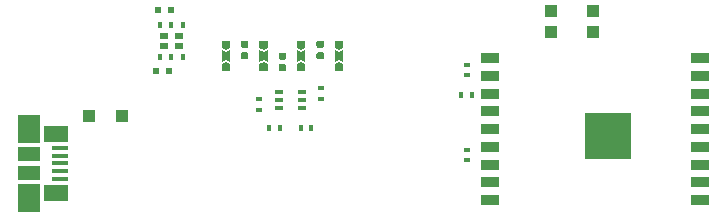
<source format=gbr>
G04 #@! TF.GenerationSoftware,KiCad,Pcbnew,5.0.2-bee76a0~70~ubuntu18.04.1*
G04 #@! TF.CreationDate,2019-02-02T17:17:24+01:00*
G04 #@! TF.ProjectId,roboy_sno,726f626f-795f-4736-9e6f-2e6b69636164,rev?*
G04 #@! TF.SameCoordinates,Original*
G04 #@! TF.FileFunction,Paste,Top*
G04 #@! TF.FilePolarity,Positive*
%FSLAX46Y46*%
G04 Gerber Fmt 4.6, Leading zero omitted, Abs format (unit mm)*
G04 Created by KiCad (PCBNEW 5.0.2-bee76a0~70~ubuntu18.04.1) date Sa 02 Feb 2019 17:17:24 CET*
%MOMM*%
%LPD*%
G01*
G04 APERTURE LIST*
%ADD10C,0.100000*%
%ADD11R,1.000000X1.000000*%
%ADD12R,0.780000X0.510000*%
%ADD13R,0.450000X0.630000*%
%ADD14R,0.600000X0.500000*%
%ADD15R,1.100000X1.100000*%
%ADD16R,1.900000X1.175000*%
%ADD17R,1.900000X2.375000*%
%ADD18R,2.100000X1.475000*%
%ADD19R,1.380000X0.450000*%
%ADD20R,0.650000X0.400000*%
%ADD21R,0.400000X0.600000*%
%ADD22R,0.600000X0.400000*%
%ADD23R,1.485000X0.900000*%
%ADD24R,4.000000X4.000000*%
%ADD25C,0.600000*%
%ADD26C,0.590000*%
G04 APERTURE END LIST*
D10*
G04 #@! TO.C,U2*
G36*
X129334940Y-131935000D02*
X131865000Y-131935000D01*
X131865000Y-134465720D01*
X129334940Y-134465720D01*
X129334940Y-131935000D01*
G37*
G04 #@! TD*
D11*
G04 #@! TO.C,D1*
X129250000Y-124375000D03*
X129250000Y-122625000D03*
X125750000Y-124375000D03*
X125750000Y-122625000D03*
G04 #@! TD*
D12*
G04 #@! TO.C,U1*
X94244412Y-124727375D03*
X92944412Y-124727375D03*
X94244412Y-125577375D03*
X92944412Y-125577375D03*
D13*
X94544412Y-126492375D03*
X93594412Y-126492375D03*
X92644412Y-126492375D03*
X92644412Y-123812375D03*
X93594412Y-123812375D03*
X94544412Y-123812375D03*
G04 #@! TD*
D14*
G04 #@! TO.C,C2*
X92444412Y-122522375D03*
X93544412Y-122522375D03*
G04 #@! TD*
G04 #@! TO.C,C3*
X93394412Y-127692375D03*
X92294412Y-127692375D03*
G04 #@! TD*
D15*
G04 #@! TO.C,D2*
X86600000Y-131500000D03*
X89400000Y-131500000D03*
G04 #@! TD*
D16*
G04 #@! TO.C,J1*
X81500000Y-136340000D03*
X81500000Y-134660000D03*
D17*
X81500000Y-138410000D03*
X81500000Y-132590000D03*
D18*
X83800000Y-137962500D03*
X83800000Y-133037500D03*
D19*
X84160000Y-136800000D03*
X84160000Y-136150000D03*
X84160000Y-135500000D03*
X84160000Y-134850000D03*
X84160000Y-134200000D03*
G04 #@! TD*
D20*
G04 #@! TO.C,Q1*
X102724336Y-130784870D03*
X102724336Y-129484870D03*
X104624336Y-130134870D03*
X102724336Y-130134870D03*
X104624336Y-129484870D03*
X104624336Y-130784870D03*
G04 #@! TD*
D21*
G04 #@! TO.C,R6*
X102750000Y-132500000D03*
X101850000Y-132500000D03*
G04 #@! TD*
G04 #@! TO.C,R7*
X105450000Y-132500000D03*
X104550000Y-132500000D03*
G04 #@! TD*
D22*
G04 #@! TO.C,R8*
X101000000Y-130950000D03*
X101000000Y-130050000D03*
G04 #@! TD*
G04 #@! TO.C,R9*
X106300000Y-130050000D03*
X106300000Y-129150000D03*
G04 #@! TD*
G04 #@! TO.C,R10*
X118600000Y-127150000D03*
X118600000Y-128050000D03*
G04 #@! TD*
D21*
G04 #@! TO.C,R11*
X118150000Y-129700000D03*
X119050000Y-129700000D03*
G04 #@! TD*
D22*
G04 #@! TO.C,R12*
X118600000Y-134350000D03*
X118600000Y-135250000D03*
G04 #@! TD*
D23*
G04 #@! TO.C,U2*
X120607500Y-126600000D03*
X120607500Y-128100000D03*
X120607500Y-129600000D03*
X120607500Y-131100000D03*
X120607500Y-132600000D03*
X120607500Y-134100000D03*
X120607500Y-135600000D03*
X120607500Y-137100000D03*
X120607500Y-138600000D03*
X138392500Y-138600000D03*
X138392500Y-137100000D03*
X138392500Y-135600000D03*
X138392500Y-134100000D03*
X138392500Y-132600000D03*
X138392500Y-131100000D03*
X138392500Y-129600000D03*
X138392500Y-128100000D03*
X138392500Y-126600000D03*
D24*
X130600000Y-133200000D03*
G04 #@! TD*
D25*
G04 #@! TO.C,ID0*
X98200000Y-125400000D03*
D10*
G36*
X98550000Y-125100000D02*
X98550000Y-125700000D01*
X98200000Y-125900000D01*
X97850000Y-125700000D01*
X97850000Y-125100000D01*
X98550000Y-125100000D01*
X98550000Y-125100000D01*
G37*
D25*
X98200000Y-127400000D03*
D10*
G36*
X98200000Y-126900000D02*
X98550000Y-127100000D01*
X98550000Y-127700000D01*
X97850000Y-127700000D01*
X97850000Y-127100000D01*
X98200000Y-126900000D01*
X98200000Y-126900000D01*
G37*
D25*
X98200000Y-126400000D03*
D10*
G36*
X98200000Y-126099000D02*
X98550000Y-125900000D01*
X98550000Y-126900000D01*
X98200000Y-126701000D01*
X97850000Y-126900000D01*
X97850000Y-125900000D01*
X98200000Y-126099000D01*
X98200000Y-126099000D01*
G37*
G04 #@! TD*
D25*
G04 #@! TO.C,ID1*
X101400000Y-126400000D03*
D10*
G36*
X101400000Y-126099000D02*
X101750000Y-125900000D01*
X101750000Y-126900000D01*
X101400000Y-126701000D01*
X101050000Y-126900000D01*
X101050000Y-125900000D01*
X101400000Y-126099000D01*
X101400000Y-126099000D01*
G37*
D25*
X101400000Y-127400000D03*
D10*
G36*
X101400000Y-126900000D02*
X101750000Y-127100000D01*
X101750000Y-127700000D01*
X101050000Y-127700000D01*
X101050000Y-127100000D01*
X101400000Y-126900000D01*
X101400000Y-126900000D01*
G37*
D25*
X101400000Y-125400000D03*
D10*
G36*
X101750000Y-125100000D02*
X101750000Y-125700000D01*
X101400000Y-125900000D01*
X101050000Y-125700000D01*
X101050000Y-125100000D01*
X101750000Y-125100000D01*
X101750000Y-125100000D01*
G37*
G04 #@! TD*
D25*
G04 #@! TO.C,ID2*
X104600000Y-126400000D03*
D10*
G36*
X104600000Y-126099000D02*
X104950000Y-125900000D01*
X104950000Y-126900000D01*
X104600000Y-126701000D01*
X104250000Y-126900000D01*
X104250000Y-125900000D01*
X104600000Y-126099000D01*
X104600000Y-126099000D01*
G37*
D25*
X104600000Y-127400000D03*
D10*
G36*
X104600000Y-126900000D02*
X104950000Y-127100000D01*
X104950000Y-127700000D01*
X104250000Y-127700000D01*
X104250000Y-127100000D01*
X104600000Y-126900000D01*
X104600000Y-126900000D01*
G37*
D25*
X104600000Y-125400000D03*
D10*
G36*
X104950000Y-125100000D02*
X104950000Y-125700000D01*
X104600000Y-125900000D01*
X104250000Y-125700000D01*
X104250000Y-125100000D01*
X104950000Y-125100000D01*
X104950000Y-125100000D01*
G37*
G04 #@! TD*
G04 #@! TO.C,R1*
G36*
X99986958Y-126090710D02*
X100001276Y-126092834D01*
X100015317Y-126096351D01*
X100028946Y-126101228D01*
X100042031Y-126107417D01*
X100054447Y-126114858D01*
X100066073Y-126123481D01*
X100076798Y-126133202D01*
X100086519Y-126143927D01*
X100095142Y-126155553D01*
X100102583Y-126167969D01*
X100108772Y-126181054D01*
X100113649Y-126194683D01*
X100117166Y-126208724D01*
X100119290Y-126223042D01*
X100120000Y-126237500D01*
X100120000Y-126532500D01*
X100119290Y-126546958D01*
X100117166Y-126561276D01*
X100113649Y-126575317D01*
X100108772Y-126588946D01*
X100102583Y-126602031D01*
X100095142Y-126614447D01*
X100086519Y-126626073D01*
X100076798Y-126636798D01*
X100066073Y-126646519D01*
X100054447Y-126655142D01*
X100042031Y-126662583D01*
X100028946Y-126668772D01*
X100015317Y-126673649D01*
X100001276Y-126677166D01*
X99986958Y-126679290D01*
X99972500Y-126680000D01*
X99627500Y-126680000D01*
X99613042Y-126679290D01*
X99598724Y-126677166D01*
X99584683Y-126673649D01*
X99571054Y-126668772D01*
X99557969Y-126662583D01*
X99545553Y-126655142D01*
X99533927Y-126646519D01*
X99523202Y-126636798D01*
X99513481Y-126626073D01*
X99504858Y-126614447D01*
X99497417Y-126602031D01*
X99491228Y-126588946D01*
X99486351Y-126575317D01*
X99482834Y-126561276D01*
X99480710Y-126546958D01*
X99480000Y-126532500D01*
X99480000Y-126237500D01*
X99480710Y-126223042D01*
X99482834Y-126208724D01*
X99486351Y-126194683D01*
X99491228Y-126181054D01*
X99497417Y-126167969D01*
X99504858Y-126155553D01*
X99513481Y-126143927D01*
X99523202Y-126133202D01*
X99533927Y-126123481D01*
X99545553Y-126114858D01*
X99557969Y-126107417D01*
X99571054Y-126101228D01*
X99584683Y-126096351D01*
X99598724Y-126092834D01*
X99613042Y-126090710D01*
X99627500Y-126090000D01*
X99972500Y-126090000D01*
X99986958Y-126090710D01*
X99986958Y-126090710D01*
G37*
D26*
X99800000Y-126385000D03*
D10*
G36*
X99986958Y-125120710D02*
X100001276Y-125122834D01*
X100015317Y-125126351D01*
X100028946Y-125131228D01*
X100042031Y-125137417D01*
X100054447Y-125144858D01*
X100066073Y-125153481D01*
X100076798Y-125163202D01*
X100086519Y-125173927D01*
X100095142Y-125185553D01*
X100102583Y-125197969D01*
X100108772Y-125211054D01*
X100113649Y-125224683D01*
X100117166Y-125238724D01*
X100119290Y-125253042D01*
X100120000Y-125267500D01*
X100120000Y-125562500D01*
X100119290Y-125576958D01*
X100117166Y-125591276D01*
X100113649Y-125605317D01*
X100108772Y-125618946D01*
X100102583Y-125632031D01*
X100095142Y-125644447D01*
X100086519Y-125656073D01*
X100076798Y-125666798D01*
X100066073Y-125676519D01*
X100054447Y-125685142D01*
X100042031Y-125692583D01*
X100028946Y-125698772D01*
X100015317Y-125703649D01*
X100001276Y-125707166D01*
X99986958Y-125709290D01*
X99972500Y-125710000D01*
X99627500Y-125710000D01*
X99613042Y-125709290D01*
X99598724Y-125707166D01*
X99584683Y-125703649D01*
X99571054Y-125698772D01*
X99557969Y-125692583D01*
X99545553Y-125685142D01*
X99533927Y-125676519D01*
X99523202Y-125666798D01*
X99513481Y-125656073D01*
X99504858Y-125644447D01*
X99497417Y-125632031D01*
X99491228Y-125618946D01*
X99486351Y-125605317D01*
X99482834Y-125591276D01*
X99480710Y-125576958D01*
X99480000Y-125562500D01*
X99480000Y-125267500D01*
X99480710Y-125253042D01*
X99482834Y-125238724D01*
X99486351Y-125224683D01*
X99491228Y-125211054D01*
X99497417Y-125197969D01*
X99504858Y-125185553D01*
X99513481Y-125173927D01*
X99523202Y-125163202D01*
X99533927Y-125153481D01*
X99545553Y-125144858D01*
X99557969Y-125137417D01*
X99571054Y-125131228D01*
X99584683Y-125126351D01*
X99598724Y-125122834D01*
X99613042Y-125120710D01*
X99627500Y-125120000D01*
X99972500Y-125120000D01*
X99986958Y-125120710D01*
X99986958Y-125120710D01*
G37*
D26*
X99800000Y-125415000D03*
G04 #@! TD*
D10*
G04 #@! TO.C,R2*
G36*
X103186958Y-127090710D02*
X103201276Y-127092834D01*
X103215317Y-127096351D01*
X103228946Y-127101228D01*
X103242031Y-127107417D01*
X103254447Y-127114858D01*
X103266073Y-127123481D01*
X103276798Y-127133202D01*
X103286519Y-127143927D01*
X103295142Y-127155553D01*
X103302583Y-127167969D01*
X103308772Y-127181054D01*
X103313649Y-127194683D01*
X103317166Y-127208724D01*
X103319290Y-127223042D01*
X103320000Y-127237500D01*
X103320000Y-127532500D01*
X103319290Y-127546958D01*
X103317166Y-127561276D01*
X103313649Y-127575317D01*
X103308772Y-127588946D01*
X103302583Y-127602031D01*
X103295142Y-127614447D01*
X103286519Y-127626073D01*
X103276798Y-127636798D01*
X103266073Y-127646519D01*
X103254447Y-127655142D01*
X103242031Y-127662583D01*
X103228946Y-127668772D01*
X103215317Y-127673649D01*
X103201276Y-127677166D01*
X103186958Y-127679290D01*
X103172500Y-127680000D01*
X102827500Y-127680000D01*
X102813042Y-127679290D01*
X102798724Y-127677166D01*
X102784683Y-127673649D01*
X102771054Y-127668772D01*
X102757969Y-127662583D01*
X102745553Y-127655142D01*
X102733927Y-127646519D01*
X102723202Y-127636798D01*
X102713481Y-127626073D01*
X102704858Y-127614447D01*
X102697417Y-127602031D01*
X102691228Y-127588946D01*
X102686351Y-127575317D01*
X102682834Y-127561276D01*
X102680710Y-127546958D01*
X102680000Y-127532500D01*
X102680000Y-127237500D01*
X102680710Y-127223042D01*
X102682834Y-127208724D01*
X102686351Y-127194683D01*
X102691228Y-127181054D01*
X102697417Y-127167969D01*
X102704858Y-127155553D01*
X102713481Y-127143927D01*
X102723202Y-127133202D01*
X102733927Y-127123481D01*
X102745553Y-127114858D01*
X102757969Y-127107417D01*
X102771054Y-127101228D01*
X102784683Y-127096351D01*
X102798724Y-127092834D01*
X102813042Y-127090710D01*
X102827500Y-127090000D01*
X103172500Y-127090000D01*
X103186958Y-127090710D01*
X103186958Y-127090710D01*
G37*
D26*
X103000000Y-127385000D03*
D10*
G36*
X103186958Y-126120710D02*
X103201276Y-126122834D01*
X103215317Y-126126351D01*
X103228946Y-126131228D01*
X103242031Y-126137417D01*
X103254447Y-126144858D01*
X103266073Y-126153481D01*
X103276798Y-126163202D01*
X103286519Y-126173927D01*
X103295142Y-126185553D01*
X103302583Y-126197969D01*
X103308772Y-126211054D01*
X103313649Y-126224683D01*
X103317166Y-126238724D01*
X103319290Y-126253042D01*
X103320000Y-126267500D01*
X103320000Y-126562500D01*
X103319290Y-126576958D01*
X103317166Y-126591276D01*
X103313649Y-126605317D01*
X103308772Y-126618946D01*
X103302583Y-126632031D01*
X103295142Y-126644447D01*
X103286519Y-126656073D01*
X103276798Y-126666798D01*
X103266073Y-126676519D01*
X103254447Y-126685142D01*
X103242031Y-126692583D01*
X103228946Y-126698772D01*
X103215317Y-126703649D01*
X103201276Y-126707166D01*
X103186958Y-126709290D01*
X103172500Y-126710000D01*
X102827500Y-126710000D01*
X102813042Y-126709290D01*
X102798724Y-126707166D01*
X102784683Y-126703649D01*
X102771054Y-126698772D01*
X102757969Y-126692583D01*
X102745553Y-126685142D01*
X102733927Y-126676519D01*
X102723202Y-126666798D01*
X102713481Y-126656073D01*
X102704858Y-126644447D01*
X102697417Y-126632031D01*
X102691228Y-126618946D01*
X102686351Y-126605317D01*
X102682834Y-126591276D01*
X102680710Y-126576958D01*
X102680000Y-126562500D01*
X102680000Y-126267500D01*
X102680710Y-126253042D01*
X102682834Y-126238724D01*
X102686351Y-126224683D01*
X102691228Y-126211054D01*
X102697417Y-126197969D01*
X102704858Y-126185553D01*
X102713481Y-126173927D01*
X102723202Y-126163202D01*
X102733927Y-126153481D01*
X102745553Y-126144858D01*
X102757969Y-126137417D01*
X102771054Y-126131228D01*
X102784683Y-126126351D01*
X102798724Y-126122834D01*
X102813042Y-126120710D01*
X102827500Y-126120000D01*
X103172500Y-126120000D01*
X103186958Y-126120710D01*
X103186958Y-126120710D01*
G37*
D26*
X103000000Y-126415000D03*
G04 #@! TD*
D10*
G04 #@! TO.C,R3*
G36*
X106386958Y-125120710D02*
X106401276Y-125122834D01*
X106415317Y-125126351D01*
X106428946Y-125131228D01*
X106442031Y-125137417D01*
X106454447Y-125144858D01*
X106466073Y-125153481D01*
X106476798Y-125163202D01*
X106486519Y-125173927D01*
X106495142Y-125185553D01*
X106502583Y-125197969D01*
X106508772Y-125211054D01*
X106513649Y-125224683D01*
X106517166Y-125238724D01*
X106519290Y-125253042D01*
X106520000Y-125267500D01*
X106520000Y-125562500D01*
X106519290Y-125576958D01*
X106517166Y-125591276D01*
X106513649Y-125605317D01*
X106508772Y-125618946D01*
X106502583Y-125632031D01*
X106495142Y-125644447D01*
X106486519Y-125656073D01*
X106476798Y-125666798D01*
X106466073Y-125676519D01*
X106454447Y-125685142D01*
X106442031Y-125692583D01*
X106428946Y-125698772D01*
X106415317Y-125703649D01*
X106401276Y-125707166D01*
X106386958Y-125709290D01*
X106372500Y-125710000D01*
X106027500Y-125710000D01*
X106013042Y-125709290D01*
X105998724Y-125707166D01*
X105984683Y-125703649D01*
X105971054Y-125698772D01*
X105957969Y-125692583D01*
X105945553Y-125685142D01*
X105933927Y-125676519D01*
X105923202Y-125666798D01*
X105913481Y-125656073D01*
X105904858Y-125644447D01*
X105897417Y-125632031D01*
X105891228Y-125618946D01*
X105886351Y-125605317D01*
X105882834Y-125591276D01*
X105880710Y-125576958D01*
X105880000Y-125562500D01*
X105880000Y-125267500D01*
X105880710Y-125253042D01*
X105882834Y-125238724D01*
X105886351Y-125224683D01*
X105891228Y-125211054D01*
X105897417Y-125197969D01*
X105904858Y-125185553D01*
X105913481Y-125173927D01*
X105923202Y-125163202D01*
X105933927Y-125153481D01*
X105945553Y-125144858D01*
X105957969Y-125137417D01*
X105971054Y-125131228D01*
X105984683Y-125126351D01*
X105998724Y-125122834D01*
X106013042Y-125120710D01*
X106027500Y-125120000D01*
X106372500Y-125120000D01*
X106386958Y-125120710D01*
X106386958Y-125120710D01*
G37*
D26*
X106200000Y-125415000D03*
D10*
G36*
X106386958Y-126090710D02*
X106401276Y-126092834D01*
X106415317Y-126096351D01*
X106428946Y-126101228D01*
X106442031Y-126107417D01*
X106454447Y-126114858D01*
X106466073Y-126123481D01*
X106476798Y-126133202D01*
X106486519Y-126143927D01*
X106495142Y-126155553D01*
X106502583Y-126167969D01*
X106508772Y-126181054D01*
X106513649Y-126194683D01*
X106517166Y-126208724D01*
X106519290Y-126223042D01*
X106520000Y-126237500D01*
X106520000Y-126532500D01*
X106519290Y-126546958D01*
X106517166Y-126561276D01*
X106513649Y-126575317D01*
X106508772Y-126588946D01*
X106502583Y-126602031D01*
X106495142Y-126614447D01*
X106486519Y-126626073D01*
X106476798Y-126636798D01*
X106466073Y-126646519D01*
X106454447Y-126655142D01*
X106442031Y-126662583D01*
X106428946Y-126668772D01*
X106415317Y-126673649D01*
X106401276Y-126677166D01*
X106386958Y-126679290D01*
X106372500Y-126680000D01*
X106027500Y-126680000D01*
X106013042Y-126679290D01*
X105998724Y-126677166D01*
X105984683Y-126673649D01*
X105971054Y-126668772D01*
X105957969Y-126662583D01*
X105945553Y-126655142D01*
X105933927Y-126646519D01*
X105923202Y-126636798D01*
X105913481Y-126626073D01*
X105904858Y-126614447D01*
X105897417Y-126602031D01*
X105891228Y-126588946D01*
X105886351Y-126575317D01*
X105882834Y-126561276D01*
X105880710Y-126546958D01*
X105880000Y-126532500D01*
X105880000Y-126237500D01*
X105880710Y-126223042D01*
X105882834Y-126208724D01*
X105886351Y-126194683D01*
X105891228Y-126181054D01*
X105897417Y-126167969D01*
X105904858Y-126155553D01*
X105913481Y-126143927D01*
X105923202Y-126133202D01*
X105933927Y-126123481D01*
X105945553Y-126114858D01*
X105957969Y-126107417D01*
X105971054Y-126101228D01*
X105984683Y-126096351D01*
X105998724Y-126092834D01*
X106013042Y-126090710D01*
X106027500Y-126090000D01*
X106372500Y-126090000D01*
X106386958Y-126090710D01*
X106386958Y-126090710D01*
G37*
D26*
X106200000Y-126385000D03*
G04 #@! TD*
D25*
G04 #@! TO.C,ID3*
X107800000Y-126400000D03*
D10*
G36*
X107800000Y-126099000D02*
X108150000Y-125900000D01*
X108150000Y-126900000D01*
X107800000Y-126701000D01*
X107450000Y-126900000D01*
X107450000Y-125900000D01*
X107800000Y-126099000D01*
X107800000Y-126099000D01*
G37*
D25*
X107800000Y-127400000D03*
D10*
G36*
X107800000Y-126900000D02*
X108150000Y-127100000D01*
X108150000Y-127700000D01*
X107450000Y-127700000D01*
X107450000Y-127100000D01*
X107800000Y-126900000D01*
X107800000Y-126900000D01*
G37*
D25*
X107800000Y-125400000D03*
D10*
G36*
X108150000Y-125100000D02*
X108150000Y-125700000D01*
X107800000Y-125900000D01*
X107450000Y-125700000D01*
X107450000Y-125100000D01*
X108150000Y-125100000D01*
X108150000Y-125100000D01*
G37*
G04 #@! TD*
M02*

</source>
